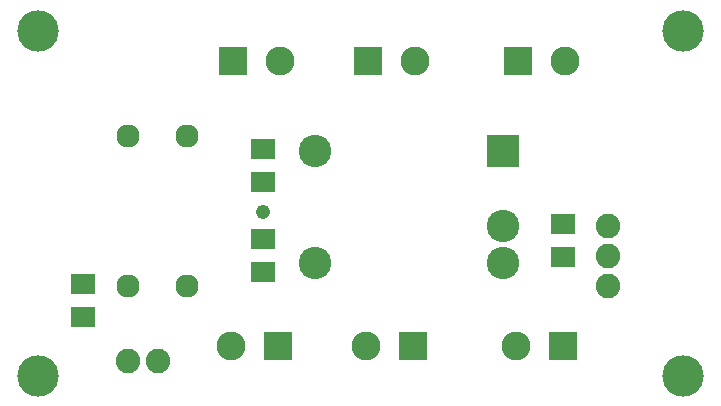
<source format=gts>
G75*
G70*
%OFA0B0*%
%FSLAX24Y24*%
%IPPOS*%
%LPD*%
%AMOC8*
5,1,8,0,0,1.08239X$1,22.5*
%
%ADD10C,0.1080*%
%ADD11R,0.1080X0.1080*%
%ADD12C,0.0820*%
%ADD13R,0.0789X0.0710*%
%ADD14R,0.0966X0.0966*%
%ADD15C,0.0966*%
%ADD16C,0.0771*%
%ADD17C,0.1380*%
%ADD18C,0.0476*%
D10*
X010850Y006000D03*
X010850Y009750D03*
X017100Y007250D03*
X017100Y006000D03*
D11*
X017100Y009750D03*
D12*
X020600Y007250D03*
X020600Y006250D03*
X020600Y005250D03*
X005600Y002750D03*
X004600Y002750D03*
D13*
X003100Y004199D03*
X003100Y005301D03*
X009100Y005699D03*
X009100Y006801D03*
X009100Y008699D03*
X009100Y009801D03*
X019100Y007301D03*
X019100Y006199D03*
D14*
X019100Y003250D03*
X014100Y003250D03*
X009600Y003250D03*
X008100Y012750D03*
X012600Y012750D03*
X017600Y012750D03*
D15*
X019159Y012750D03*
X014159Y012750D03*
X009659Y012750D03*
X008041Y003250D03*
X012541Y003250D03*
X017541Y003250D03*
D16*
X006584Y005250D03*
X004616Y005250D03*
X004616Y010250D03*
X006584Y010250D03*
D17*
X001600Y002250D03*
X001600Y013750D03*
X023100Y013750D03*
X023100Y002250D03*
D18*
X009100Y007700D03*
M02*

</source>
